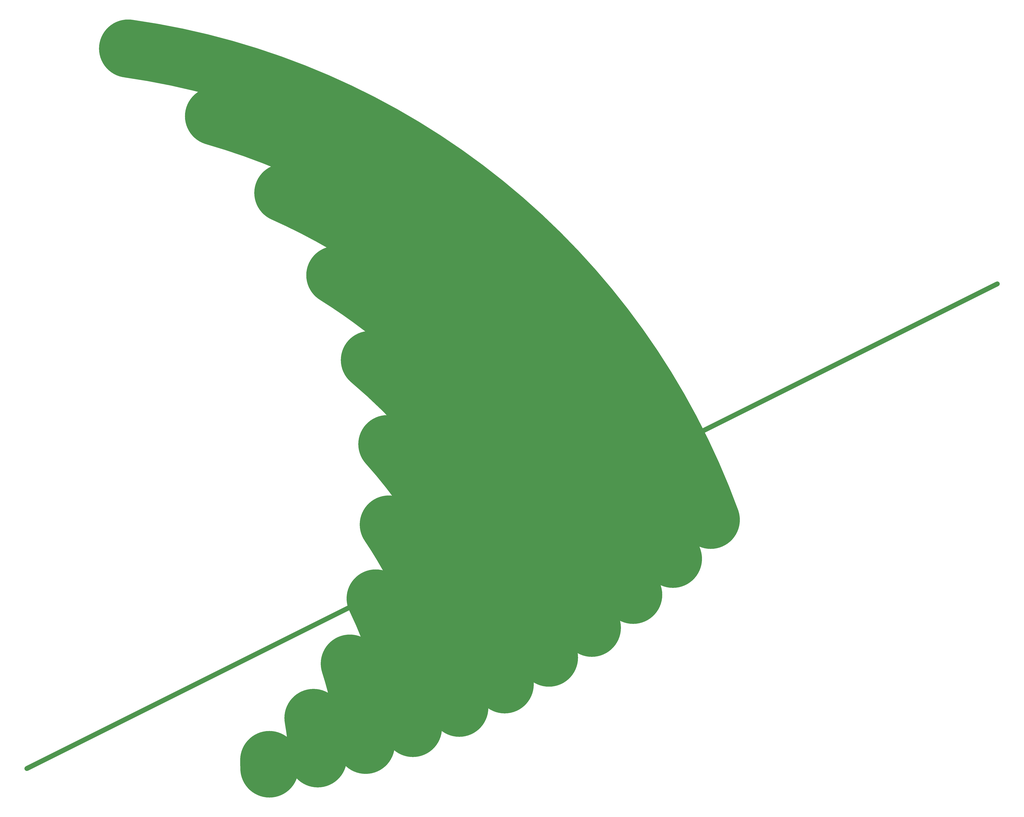
<source format=gbr>
G04 --*
%MOIN*%
%FSLAX33Y33*%
%ADD11C,1.2*%
%ADD12C,0.1*%
D11*
G75*
G01*
X5000Y0D02*
G03*
X4997Y174I-5000J0D01*
G01*
X5996Y209D02*
G03*
X5909Y1042I-5996J-209D01*
G01*
X6983Y488D02*
G03*
X6657Y2163I-6983J-488D01*
G01*
X7956Y836D02*
G03*
X7190Y3507I-7956J-836D01*
G01*
X8912Y1253D02*
G03*
X7461Y5033I-8912J-1253D01*
G01*
X9848Y1736D02*
G03*
X7431Y6691I-9848J-1736D01*
G01*
X10760Y2287D02*
G03*
X7071Y8426I-10760J-2287D01*
G01*
X11644Y2903D02*
G03*
X6359Y10177I-11644J-2903D01*
G01*
X12496Y3583D02*
G03*
X5288Y11876I-12496J-3583D01*
G01*
X13315Y4326D02*
G03*
X3859Y13458I-13315J-4326D01*
G01*
X14095Y5130D02*
G03*
X2088Y14854I-14095J-5130D01*
D12*
G01*
X20000Y10000D02*
X0Y0D01*
M02*
</source>
